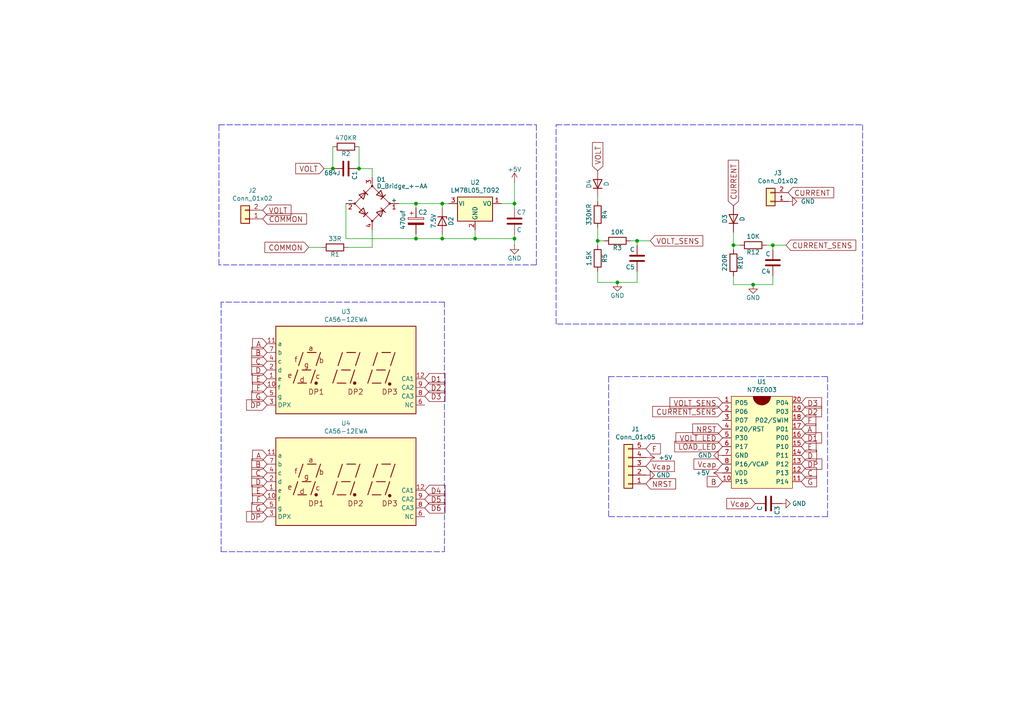
<source format=kicad_sch>
(kicad_sch (version 20231120) (generator "eeschema") (generator_version "8.0")
  (paper "A4")
  (lib_symbols
    (symbol "Connector_Generic:Conn_01x02" (pin_names (offset 1.016) hide)
      (property "Reference" "J" (at 0 2.54 0))
      (property "Value" "Conn_01x02" (at 0 -5.08 0))
      (symbol "Conn_01x02_1_1"
        (rectangle (start -1.27 -2.413) (end 0 -2.667) (stroke (width 0.1524)))
        (rectangle (start -1.27 0.127) (end 0 -0.127) (stroke (width 0.1524)))
        (rectangle (start -1.27 1.27) (end 1.27 -3.81) (stroke (width 0.254)) (fill (type background)))
        (pin passive line (at -5.08 0 0) (length 3.81) (name "Pin_1") (number "1"))
        (pin passive line (at -5.08 -2.54 0) (length 3.81) (name "Pin_2") (number "2"))
      )
    )
    (symbol "Connector_Generic:Conn_01x05" (pin_names (offset 1.016) hide)
      (property "Reference" "J" (at 0 7.62 0))
      (property "Value" "Conn_01x05" (at 0 -7.62 0))
      (symbol "Conn_01x05_1_1"
        (rectangle (start -1.27 -4.953) (end 0 -5.207) (stroke (width 0.1524)))
        (rectangle (start -1.27 -2.413) (end 0 -2.667) (stroke (width 0.1524)))
        (rectangle (start -1.27 0.127) (end 0 -0.127) (stroke (width 0.1524)))
        (rectangle (start -1.27 2.667) (end 0 2.413) (stroke (width 0.1524)))
        (rectangle (start -1.27 5.207) (end 0 4.953) (stroke (width 0.1524)))
        (rectangle (start -1.27 6.35) (end 1.27 -6.35) (stroke (width 0.254)) (fill (type background)))
        (pin passive line (at -5.08 5.08 0) (length 3.81) (name "Pin_1") (number "1"))
        (pin passive line (at -5.08 2.54 0) (length 3.81) (name "Pin_2") (number "2"))
        (pin passive line (at -5.08 0 0) (length 3.81) (name "Pin_3") (number "3"))
        (pin passive line (at -5.08 -2.54 0) (length 3.81) (name "Pin_4") (number "4"))
        (pin passive line (at -5.08 -5.08 0) (length 3.81) (name "Pin_5") (number "5"))
      )
    )
    (symbol "Device:C" (pin_numbers hide) (pin_names (offset 0.254))
      (property "Reference" "C" (at 0.635 2.54 0))
      (property "Value" "C" (at 0.635 -2.54 0))
      (symbol "C_0_1"
        (polyline (pts (xy -2.032 -0.762) (xy 2.032 -0.762)) (stroke (width 0.508)))
        (polyline (pts (xy -2.032 0.762) (xy 2.032 0.762)) (stroke (width 0.508)))
      )
      (symbol "C_1_1"
        (pin passive line (at 0 3.81 270) (length 2.794) (name "~") (number "1"))
        (pin passive line (at 0 -3.81 90) (length 2.794) (name "~") (number "2"))
      )
    )
    (symbol "Device:CP" (pin_numbers hide) (pin_names (offset 0.254))
      (property "Reference" "C" (at 0.635 2.54 0))
      (property "Value" "Device_CP" (at 0.635 -2.54 0))
      (symbol "CP_0_1"
        (rectangle (start -2.286 0.508) (end 2.286 1.016))
        (polyline (pts (xy -1.778 2.286) (xy -0.762 2.286)))
        (polyline (pts (xy -1.27 2.794) (xy -1.27 1.778)))
        (rectangle (start 2.286 -0.508) (end -2.286 -1.016) (fill (type outline)))
      )
      (symbol "CP_1_1"
        (pin passive line (at 0 3.81 270) (length 2.794) (name "~") (number "1"))
        (pin passive line (at 0 -3.81 90) (length 2.794) (name "~") (number "2"))
      )
    )
    (symbol "Device:D" (pin_numbers hide) (pin_names (offset 1.016) hide)
      (property "Reference" "D" (at 0 2.54 0))
      (property "Value" "D" (at 0 -2.54 0))
      (symbol "D_0_1"
        (polyline (pts (xy -1.27 1.27) (xy -1.27 -1.27)) (stroke (width 0.254)))
        (polyline (pts (xy 1.27 0) (xy -1.27 0)))
        (polyline (pts (xy 1.27 1.27) (xy 1.27 -1.27) (xy -1.27 0) (xy 1.27 1.27)) (stroke (width 0.254)))
      )
      (symbol "D_1_1"
        (pin passive line (at -3.81 0 0) (length 2.54) (name "K") (number "1"))
        (pin passive line (at 3.81 0 180) (length 2.54) (name "A") (number "2"))
      )
    )
    (symbol "Device:D_Bridge_+-AA" (pin_names (offset 0))
      (property "Reference" "D" (at 2.54 6.985 0))
      (property "Value" "D_Bridge_+-AA" (at 2.54 5.08 0))
      (symbol "D_Bridge_+-AA_0_1"
        (circle (center -5.08 0) (radius 0.254) (fill (type outline)))
        (circle (center 0 -5.08) (radius 0.254) (fill (type outline)))
        (polyline (pts (xy -2.54 3.81) (xy -1.27 2.54)) (stroke (width 0.254)))
        (polyline (pts (xy -1.27 -2.54) (xy -2.54 -3.81)) (stroke (width 0.254)))
        (polyline (pts (xy 2.54 -1.27) (xy 3.81 -2.54)) (stroke (width 0.254)))
        (polyline (pts (xy 2.54 1.27) (xy 3.81 2.54)) (stroke (width 0.254)))
        (polyline (pts (xy -3.81 2.54) (xy -2.54 1.27) (xy -1.905 3.175) (xy -3.81 2.54)) (stroke (width 0.254)))
        (polyline (pts (xy -2.54 -1.27) (xy -3.81 -2.54) (xy -1.905 -3.175) (xy -2.54 -1.27)) (stroke (width 0.254)))
        (polyline (pts (xy 1.27 2.54) (xy 2.54 3.81) (xy 3.175 1.905) (xy 1.27 2.54)) (stroke (width 0.254)))
        (polyline (pts (xy 3.175 -1.905) (xy 1.27 -2.54) (xy 2.54 -3.81) (xy 3.175 -1.905)) (stroke (width 0.254)))
        (polyline (pts (xy -5.08 0) (xy 0 -5.08) (xy 5.08 0) (xy 0 5.08) (xy -5.08 0)))
        (circle (center 0 5.08) (radius 0.254) (fill (type outline)))
        (circle (center 5.08 0) (radius 0.254) (fill (type outline)))
      )
      (symbol "D_Bridge_+-AA_1_1"
        (pin passive line (at 7.62 0 180) (length 2.54) (name "+") (number "1"))
        (pin passive line (at -7.62 0 0) (length 2.54) (name "-") (number "2"))
        (pin passive line (at 0 7.62 270) (length 2.54) (name "~") (number "3"))
        (pin passive line (at 0 -7.62 90) (length 2.54) (name "~") (number "4"))
      )
    )
    (symbol "Device:D_Zener" (pin_numbers hide) (pin_names (offset 1.016) hide)
      (property "Reference" "D" (at 0 2.54 0))
      (property "Value" "D_Zener" (at 0 -2.54 0))
      (symbol "D_Zener_0_1"
        (polyline (pts (xy 1.27 0) (xy -1.27 0)))
        (polyline (pts (xy -1.27 -1.27) (xy -1.27 1.27) (xy -0.762 1.27)) (stroke (width 0.254)))
        (polyline (pts (xy 1.27 -1.27) (xy 1.27 1.27) (xy -1.27 0) (xy 1.27 -1.27)) (stroke (width 0.254)))
      )
      (symbol "D_Zener_1_1"
        (pin passive line (at -3.81 0 0) (length 2.54) (name "K") (number "1"))
        (pin passive line (at 3.81 0 180) (length 2.54) (name "A") (number "2"))
      )
    )
    (symbol "Device:R" (pin_numbers hide) (pin_names (offset 0))
      (property "Reference" "R" (at 2.032 0 90))
      (property "Value" "R" (at 0 0 90))
      (symbol "R_0_1"
        (rectangle (start -1.016 -2.54) (end 1.016 2.54) (stroke (width 0.254)))
      )
      (symbol "R_1_1"
        (pin passive line (at 0 3.81 270) (length 1.27) (name "~") (number "1"))
        (pin passive line (at 0 -3.81 90) (length 1.27) (name "~") (number "2"))
      )
    )
    (symbol "My_Custom_Library:CA56-12EWA"
      (property "Reference" "U" (at -19.05 13.97 0))
      (property "Value" "My_Custom_Library_CA56-12EWA" (at 13.97 13.97 0))
      (symbol "CA56-12EWA_0_0"
        (polyline (pts (xy -15.24 -3.81) (xy -13.97 0)) (stroke (width 0.254)))
        (polyline (pts (xy -13.97 -3.81) (xy -11.43 -3.81)) (stroke (width 0.254)))
        (polyline (pts (xy -13.716 1.27) (xy -12.446 5.08)) (stroke (width 0.254)))
        (polyline (pts (xy -12.7 0) (xy -10.16 0)) (stroke (width 0.254)))
        (polyline (pts (xy -11.176 5.08) (xy -8.636 5.08)) (stroke (width 0.254)))
        (polyline (pts (xy -10.16 -3.81) (xy -8.89 0)) (stroke (width 0.254)))
        (polyline (pts (xy -8.636 1.27) (xy -7.366 5.08)) (stroke (width 0.254)))
        (polyline (pts (xy -3.81 -3.81) (xy -2.54 0)) (stroke (width 0.254)))
        (polyline (pts (xy -2.54 -3.81) (xy 0 -3.81)) (stroke (width 0.254)))
        (polyline (pts (xy -2.286 1.27) (xy -1.016 5.08)) (stroke (width 0.254)))
        (polyline (pts (xy -1.27 0) (xy 1.27 0)) (stroke (width 0.254)))
        (polyline (pts (xy 0.254 5.08) (xy 2.794 5.08)) (stroke (width 0.254)))
        (polyline (pts (xy 1.27 -3.81) (xy 2.54 0)) (stroke (width 0.254)))
        (polyline (pts (xy 2.794 1.27) (xy 4.064 5.08)) (stroke (width 0.254)))
        (polyline (pts (xy 6.35 -3.81) (xy 7.62 0)) (stroke (width 0.254)))
        (polyline (pts (xy 7.62 -3.81) (xy 10.16 -3.81)) (stroke (width 0.254)))
        (polyline (pts (xy 7.874 1.27) (xy 9.144 5.08)) (stroke (width 0.254)))
        (polyline (pts (xy 8.89 0) (xy 11.43 0)) (stroke (width 0.254)))
        (polyline (pts (xy 10.414 5.08) (xy 12.954 5.08)) (stroke (width 0.254)))
        (polyline (pts (xy 11.43 -3.81) (xy 12.7 0)) (stroke (width 0.254)))
        (polyline (pts (xy 12.954 1.27) (xy 14.224 5.08)) (stroke (width 0.254)))
        (text "a" (at -10.16 6.35 0) (effects (font (size 1.524 1.524))))
        (text "b" (at -7.112 2.794 0) (effects (font (size 1.524 1.524))))
        (text "c" (at -8.128 -1.778 0) (effects (font (size 1.524 1.524))))
        (text "d" (at -12.7 -2.794 0) (effects (font (size 1.524 1.524))))
        (text "DP1" (at -8.636 -6.35 0) (effects (font (size 1.524 1.524))))
        (text "DP2" (at 2.794 -6.35 0) (effects (font (size 1.524 1.524))))
        (text "DP3" (at 12.7 -6.35 0) (effects (font (size 1.524 1.524))))
        (text "e" (at -16.256 -1.524 0) (effects (font (size 1.524 1.524))))
        (text "f" (at -14.478 3.048 0) (effects (font (size 1.524 1.524))))
        (text "g" (at -11.43 1.524 0) (effects (font (size 1.524 1.524))))
      )
      (symbol "CA56-12EWA_0_1"
        (rectangle (start -20.32 12.7) (end 20.32 -12.7) (stroke (width 0.254)) (fill (type background)))
        (circle (center -8.636 -3.81) (radius 0.3556) (stroke (width 0.254)) (fill (type outline)))
        (circle (center 2.54 -3.81) (radius 0.3556) (stroke (width 0.254)) (fill (type outline)))
      )
      (symbol "CA56-12EWA_1_0"
        (circle (center 12.7 -4.064) (radius 0.3556) (stroke (width 0.254)) (fill (type outline)))
      )
      (symbol "CA56-12EWA_1_1"
        (pin input line (at -22.86 -2.54 0) (length 2.54) (name "e") (number "1"))
        (pin input line (at -22.86 -5.08 0) (length 2.54) (name "f") (number "10"))
        (pin input line (at -22.86 7.62 0) (length 2.54) (name "a") (number "11"))
        (pin input line (at 22.86 -2.54 180) (length 2.54) (name "CA1") (number "12"))
        (pin input line (at -22.86 0 0) (length 2.54) (name "d") (number "2"))
        (pin input line (at -22.86 -10.16 0) (length 2.54) (name "DPX") (number "3"))
        (pin input line (at -22.86 2.54 0) (length 2.54) (name "c") (number "4"))
        (pin input line (at -22.86 -7.62 0) (length 2.54) (name "g") (number "5"))
        (pin input line (at 22.86 -10.16 180) (length 2.54) (name "NC") (number "6"))
        (pin input line (at -22.86 5.08 0) (length 2.54) (name "b") (number "7"))
        (pin input line (at 22.86 -7.62 180) (length 2.54) (name "CA3") (number "8"))
        (pin input line (at 22.86 -5.08 180) (length 2.54) (name "CA2") (number "9"))
      )
    )
    (symbol "My_Custom_Library:N76E003" (pin_names (offset 1.016))
      (property "Reference" "U" (at -8.255 15.24 0))
      (property "Value" "My_Custom_Library_N76E003" (at 0 -13.97 0))
      (symbol "N76E003_0_1"
        (rectangle (start -8.89 13.97) (end 8.89 -12.7) (fill (type background)))
        (arc (start -2.54 13.97) (mid 0 11.43) (end 2.54 13.97) (fill (type outline)))
      )
      (symbol "N76E003_1_1"
        (pin input line (at -11.43 12.065 0) (length 2.54) (name "P05") (number "1"))
        (pin input line (at -11.43 -10.795 0) (length 2.54) (name "P15") (number "10"))
        (pin input line (at 11.43 -10.795 180) (length 2.54) (name "P14") (number "11"))
        (pin input line (at 11.43 -8.255 180) (length 2.54) (name "P13") (number "12"))
        (pin input line (at 11.43 -5.715 180) (length 2.54) (name "P12") (number "13"))
        (pin input line (at 11.43 -3.175 180) (length 2.54) (name "P11") (number "14"))
        (pin input line (at 11.43 -0.635 180) (length 2.54) (name "P10") (number "15"))
        (pin input line (at 11.43 1.905 180) (length 2.54) (name "P00") (number "16"))
        (pin input line (at 11.43 4.445 180) (length 2.54) (name "P01") (number "17"))
        (pin input line (at 11.43 6.985 180) (length 2.54) (name "P02/SWIM") (number "18"))
        (pin input line (at 11.43 9.525 180) (length 2.54) (name "P03") (number "19"))
        (pin input line (at -11.43 9.525 0) (length 2.54) (name "P06") (number "2"))
        (pin input line (at 11.43 12.065 180) (length 2.54) (name "P04") (number "20"))
        (pin input line (at -11.43 6.985 0) (length 2.54) (name "P07") (number "3"))
        (pin input line (at -11.43 4.445 0) (length 2.54) (name "P20/RST") (number "4"))
        (pin input line (at -11.43 1.905 0) (length 2.54) (name "P30") (number "5"))
        (pin input line (at -11.43 -0.635 0) (length 2.54) (name "P17") (number "6"))
        (pin input line (at -11.43 -3.175 0) (length 2.54) (name "GND") (number "7"))
        (pin input line (at -11.43 -5.715 0) (length 2.54) (name "P16/VCAP") (number "8"))
        (pin input line (at -11.43 -8.255 0) (length 2.54) (name "VDD") (number "9"))
      )
    )
    (symbol "Regulator_Linear:LM78L05_TO92" (pin_names (offset 0.254))
      (property "Reference" "U" (at -3.81 3.175 0))
      (property "Value" "LM78L05_TO92" (at 0 3.175 0))
      (symbol "LM78L05_TO92_0_1"
        (rectangle (start -5.08 -5.08) (end 5.08 1.905) (stroke (width 0.254)) (fill (type background)))
      )
      (symbol "LM78L05_TO92_1_1"
        (pin power_out line (at 7.62 0 180) (length 2.54) (name "VO") (number "1"))
        (pin power_in line (at 0 -7.62 90) (length 2.54) (name "GND") (number "2"))
        (pin power_in line (at -7.62 0 0) (length 2.54) (name "VI") (number "3"))
      )
    )
    (symbol "power:+5V" (power) (pin_numbers hide) (pin_names (offset 0) hide)
      (property "Value" "+5V" (at 0 3.556 0))
      (symbol "+5V_0_1"
        (polyline (pts (xy -0.762 1.27) (xy 0 2.54)))
        (polyline (pts (xy 0 0) (xy 0 2.54)))
        (polyline (pts (xy 0 2.54) (xy 0.762 1.27)))
      )
      (symbol "+5V_1_1"
        (pin power_in line (at 0 0 90) (length 0) (name "~") (number "1"))
      )
    )
    (symbol "power:GND" (power) (pin_numbers hide) (pin_names (offset 0) hide)
      (property "Value" "GND" (at 0 -3.81 0))
      (symbol "GND_0_1"
        (polyline (pts (xy 0 0) (xy 0 -1.27) (xy 1.27 -1.27) (xy 0 -2.54) (xy -1.27 -1.27) (xy 0 -1.27)))
      )
      (symbol "GND_1_1"
        (pin power_in line (at 0 0 270) (length 0) (name "~") (number "1"))
      )
    )
  )
  (junction (at 218.44 82.55))
  (junction (at 137.795 69.215))
  (junction (at 212.725 71.12))
  (junction (at 149.225 69.215))
  (junction (at 96.52 48.895))
  (junction (at 128.27 69.215))
  (junction (at 224.155 71.12))
  (junction (at 184.785 69.85))
  (junction (at 120.65 59.055))
  (junction (at 120.65 69.215))
  (junction (at 149.225 59.055))
  (junction (at 173.355 69.85))
  (junction (at 179.07 81.915))
  (junction (at 104.14 48.895))
  (junction (at 128.27 59.055))
  (wire (pts (xy 212.725 67.31) (xy 212.725 71.12)))
  (wire (pts (xy 107.95 66.675) (xy 107.95 71.755)))
  (polyline (pts (xy 155.575 76.835) (xy 63.5 76.835)) (stroke (width 0) (type dash)))
  (wire (pts (xy 224.155 72.39) (xy 224.155 71.12)))
  (polyline (pts (xy 176.53 109.22) (xy 176.53 149.86)) (stroke (width 0) (type dash)))
  (wire (pts (xy 96.52 48.895) (xy 96.52 42.545)))
  (wire (pts (xy 173.355 66.04) (xy 173.355 69.85)))
  (wire (pts (xy 93.345 71.755) (xy 89.535 71.755)))
  (wire (pts (xy 128.27 60.325) (xy 128.27 59.055)))
  (wire (pts (xy 179.07 81.915) (xy 184.785 81.915)))
  (polyline (pts (xy 176.53 109.22) (xy 240.03 109.22)) (stroke (width 0) (type dash)))
  (wire (pts (xy 149.225 69.215) (xy 149.225 67.945)))
  (wire (pts (xy 107.95 51.435) (xy 107.95 48.895)))
  (wire (pts (xy 104.14 48.895) (xy 107.95 48.895)))
  (wire (pts (xy 128.27 59.055) (xy 130.175 59.055)))
  (wire (pts (xy 222.25 71.12) (xy 224.155 71.12)))
  (wire (pts (xy 93.98 48.895) (xy 96.52 48.895)))
  (wire (pts (xy 212.725 80.01) (xy 212.725 82.55)))
  (wire (pts (xy 184.785 69.85) (xy 188.595 69.85)))
  (wire (pts (xy 115.57 59.055) (xy 120.65 59.055)))
  (wire (pts (xy 184.785 81.915) (xy 184.785 78.74)))
  (wire (pts (xy 104.14 42.545) (xy 104.14 48.895)))
  (wire (pts (xy 120.65 60.325) (xy 120.65 59.055)))
  (wire (pts (xy 120.65 69.215) (xy 128.27 69.215)))
  (polyline (pts (xy 240.03 149.86) (xy 176.53 149.86)) (stroke (width 0) (type dash)))
  (wire (pts (xy 128.27 69.215) (xy 137.795 69.215)))
  (wire (pts (xy 173.355 58.42) (xy 173.355 57.15)))
  (wire (pts (xy 100.33 69.215) (xy 120.65 69.215)))
  (polyline (pts (xy 128.905 160.02) (xy 128.905 87.63)) (stroke (width 0) (type dash)))
  (wire (pts (xy 100.33 59.055) (xy 100.33 69.215)))
  (polyline (pts (xy 240.03 109.22) (xy 240.03 149.86)) (stroke (width 0) (type dash)))
  (polyline (pts (xy 64.135 87.63) (xy 64.135 160.02)) (stroke (width 0) (type dash)))
  (wire (pts (xy 212.725 82.55) (xy 218.44 82.55)))
  (wire (pts (xy 120.65 59.055) (xy 128.27 59.055)))
  (wire (pts (xy 145.415 59.055) (xy 149.225 59.055)))
  (polyline (pts (xy 155.575 36.195) (xy 155.575 76.835)) (stroke (width 0) (type dash)))
  (polyline (pts (xy 161.29 93.98) (xy 161.29 36.195)) (stroke (width 0) (type dash)))
  (wire (pts (xy 149.225 69.215) (xy 149.225 71.12)))
  (polyline (pts (xy 250.19 93.98) (xy 161.29 93.98)) (stroke (width 0) (type dash)))
  (wire (pts (xy 128.27 67.945) (xy 128.27 69.215)))
  (wire (pts (xy 224.155 71.12) (xy 227.965 71.12)))
  (polyline (pts (xy 128.905 87.63) (xy 64.135 87.63)) (stroke (width 0) (type dash)))
  (polyline (pts (xy 161.29 36.195) (xy 250.19 36.195)) (stroke (width 0) (type dash)))
  (wire (pts (xy 149.225 60.325) (xy 149.225 59.055)))
  (wire (pts (xy 212.725 71.12) (xy 214.63 71.12)))
  (wire (pts (xy 173.355 81.915) (xy 179.07 81.915)))
  (wire (pts (xy 173.355 78.74) (xy 173.355 81.915)))
  (polyline (pts (xy 64.135 160.02) (xy 128.905 160.02)) (stroke (width 0) (type dash)))
  (polyline (pts (xy 63.5 36.195) (xy 155.575 36.195)) (stroke (width 0) (type dash)))
  (wire (pts (xy 224.155 82.55) (xy 224.155 80.01)))
  (wire (pts (xy 173.355 69.85) (xy 173.355 71.12)))
  (wire (pts (xy 137.795 69.215) (xy 137.795 66.675)))
  (wire (pts (xy 149.225 52.705) (xy 149.225 59.055)))
  (wire (pts (xy 175.26 69.85) (xy 173.355 69.85)))
  (wire (pts (xy 184.785 71.12) (xy 184.785 69.85)))
  (wire (pts (xy 218.44 82.55) (xy 224.155 82.55)))
  (polyline (pts (xy 63.5 76.835) (xy 63.5 36.195)) (stroke (width 0) (type dash)))
  (wire (pts (xy 182.88 69.85) (xy 184.785 69.85)))
  (wire (pts (xy 120.65 67.945) (xy 120.65 69.215)))
  (polyline (pts (xy 250.19 36.195) (xy 250.19 93.98)) (stroke (width 0) (type dash)))
  (wire (pts (xy 212.725 71.12) (xy 212.725 72.39)))
  (wire (pts (xy 100.965 71.755) (xy 107.95 71.755)))
  (wire (pts (xy 137.795 69.215) (xy 149.225 69.215)))
  (global_label "CURRENT" (shape input) (at 228.6 55.88 0) (effects (font (size 1.524 1.524))) (property "Intersheetrefs" "${INTERSHEET_REFS}" (effects (hide yes))))
  (global_label "D" (shape input) (at 232.41 132.08 0) (effects (font (size 1.524 1.524))) (property "Intersheetrefs" "${INTERSHEET_REFS}" (effects (hide yes))))
  (global_label "D3" (shape input) (at 232.41 116.84 0) (effects (font (size 1.524 1.524))) (property "Intersheetrefs" "${INTERSHEET_REFS}" (effects (hide yes))))
  (global_label "F" (shape input) (at 232.41 121.92 0) (effects (font (size 1.524 1.524))) (property "Intersheetrefs" "${INTERSHEET_REFS}" (effects (hide yes))))
  (global_label "DP" (shape input) (at 232.41 134.62 0) (effects (font (size 1.524 1.524))) (property "Intersheetrefs" "${INTERSHEET_REFS}" (effects (hide yes))))
  (global_label "CURRENT" (shape input) (at 212.725 59.69 90) (effects (font (size 1.524 1.524))) (property "Intersheetrefs" "${INTERSHEET_REFS}" (effects (hide yes))))
  (global_label "D" (shape input) (at 77.47 107.315 180) (effects (font (size 1.524 1.524))) (property "Intersheetrefs" "${INTERSHEET_REFS}" (effects (hide yes))))
  (global_label "D2" (shape input) (at 123.19 112.395 0) (effects (font (size 1.524 1.524))) (property "Intersheetrefs" "${INTERSHEET_REFS}" (effects (hide yes))))
  (global_label "G" (shape input) (at 77.47 147.32 180) (effects (font (size 1.524 1.524))) (property "Intersheetrefs" "${INTERSHEET_REFS}" (effects (hide yes))))
  (global_label "VOLT" (shape input) (at 93.98 48.895 180) (effects (font (size 1.524 1.524))) (property "Intersheetrefs" "${INTERSHEET_REFS}" (effects (hide yes))))
  (global_label "D5" (shape input) (at 123.19 144.78 0) (effects (font (size 1.524 1.524))) (property "Intersheetrefs" "${INTERSHEET_REFS}" (effects (hide yes))))
  (global_label "D" (shape input) (at 77.47 139.7 180) (effects (font (size 1.524 1.524))) (property "Intersheetrefs" "${INTERSHEET_REFS}" (effects (hide yes))))
  (global_label "VOLT" (shape input) (at 173.355 49.53 90) (effects (font (size 1.524 1.524))) (property "Intersheetrefs" "${INTERSHEET_REFS}" (effects (hide yes))))
  (global_label "LOAD_LED" (shape input) (at 209.55 129.54 180) (effects (font (size 1.524 1.524))) (property "Intersheetrefs" "${INTERSHEET_REFS}" (effects (hide yes))))
  (global_label "Vcap" (shape input) (at 187.325 135.255 0) (effects (font (size 1.524 1.524))) (property "Intersheetrefs" "${INTERSHEET_REFS}" (effects (hide yes))))
  (global_label "VOLT_SENS" (shape input) (at 209.55 116.84 180) (effects (font (size 1.524 1.524))) (property "Intersheetrefs" "${INTERSHEET_REFS}" (effects (hide yes))))
  (global_label "D2" (shape input) (at 232.41 119.38 0) (effects (font (size 1.524 1.524))) (property "Intersheetrefs" "${INTERSHEET_REFS}" (effects (hide yes))))
  (global_label "F" (shape input) (at 187.325 130.175 0) (effects (font (size 1.524 1.524))) (property "Intersheetrefs" "${INTERSHEET_REFS}" (effects (hide yes))))
  (global_label "B" (shape input) (at 77.47 134.62 180) (effects (font (size 1.524 1.524))) (property "Intersheetrefs" "${INTERSHEET_REFS}" (effects (hide yes))))
  (global_label "G" (shape input) (at 77.47 114.935 180) (effects (font (size 1.524 1.524))) (property "Intersheetrefs" "${INTERSHEET_REFS}" (effects (hide yes))))
  (global_label "E" (shape input) (at 77.47 109.855 180) (effects (font (size 1.524 1.524))) (property "Intersheetrefs" "${INTERSHEET_REFS}" (effects (hide yes))))
  (global_label "F" (shape input) (at 77.47 144.78 180) (effects (font (size 1.524 1.524))) (property "Intersheetrefs" "${INTERSHEET_REFS}" (effects (hide yes))))
  (global_label "G" (shape input) (at 232.41 139.7 0) (effects (font (size 1.524 1.524))) (property "Intersheetrefs" "${INTERSHEET_REFS}" (effects (hide yes))))
  (global_label "B" (shape input) (at 77.47 102.235 180) (effects (font (size 1.524 1.524))) (property "Intersheetrefs" "${INTERSHEET_REFS}" (effects (hide yes))))
  (global_label "VOLT_LED" (shape input) (at 209.55 127 180) (effects (font (size 1.524 1.524))) (property "Intersheetrefs" "${INTERSHEET_REFS}" (effects (hide yes))))
  (global_label "D3" (shape input) (at 123.19 114.935 0) (effects (font (size 1.524 1.524))) (property "Intersheetrefs" "${INTERSHEET_REFS}" (effects (hide yes))))
  (global_label "COMMON" (shape input) (at 89.535 71.755 180) (effects (font (size 1.524 1.524))) (property "Intersheetrefs" "${INTERSHEET_REFS}" (effects (hide yes))))
  (global_label "D1" (shape input) (at 232.41 127 0) (effects (font (size 1.524 1.524))) (property "Intersheetrefs" "${INTERSHEET_REFS}" (effects (hide yes))))
  (global_label "C" (shape input) (at 77.47 137.16 180) (effects (font (size 1.524 1.524))) (property "Intersheetrefs" "${INTERSHEET_REFS}" (effects (hide yes))))
  (global_label "VOLT_SENS" (shape input) (at 188.595 69.85 0) (effects (font (size 1.524 1.524))) (property "Intersheetrefs" "${INTERSHEET_REFS}" (effects (hide yes))))
  (global_label "E" (shape input) (at 77.47 142.24 180) (effects (font (size 1.524 1.524))) (property "Intersheetrefs" "${INTERSHEET_REFS}" (effects (hide yes))))
  (global_label "C" (shape input) (at 77.47 104.775 180) (effects (font (size 1.524 1.524))) (property "Intersheetrefs" "${INTERSHEET_REFS}" (effects (hide yes))))
  (global_label "VOLT" (shape input) (at 76.2 60.96 0) (effects (font (size 1.524 1.524))) (property "Intersheetrefs" "${INTERSHEET_REFS}" (effects (hide yes))))
  (global_label "Vcap" (shape input) (at 209.55 134.62 180) (effects (font (size 1.524 1.524))) (property "Intersheetrefs" "${INTERSHEET_REFS}" (effects (hide yes))))
  (global_label "COMMON" (shape input) (at 76.2 63.5 0) (effects (font (size 1.524 1.524))) (property "Intersheetrefs" "${INTERSHEET_REFS}" (effects (hide yes))))
  (global_label "A" (shape input) (at 77.47 99.695 180) (effects (font (size 1.524 1.524))) (property "Intersheetrefs" "${INTERSHEET_REFS}" (effects (hide yes))))
  (global_label "F" (shape input) (at 77.47 112.395 180) (effects (font (size 1.524 1.524))) (property "Intersheetrefs" "${INTERSHEET_REFS}" (effects (hide yes))))
  (global_label "D4" (shape input) (at 123.19 142.24 0) (effects (font (size 1.524 1.524))) (property "Intersheetrefs" "${INTERSHEET_REFS}" (effects (hide yes))))
  (global_label "A" (shape input) (at 77.47 132.08 180) (effects (font (size 1.524 1.524))) (property "Intersheetrefs" "${INTERSHEET_REFS}" (effects (hide yes))))
  (global_label "D1" (shape input) (at 123.19 109.855 0) (effects (font (size 1.524 1.524))) (property "Intersheetrefs" "${INTERSHEET_REFS}" (effects (hide yes))))
  (global_label "A" (shape input) (at 232.41 124.46 0) (effects (font (size 1.524 1.524))) (property "Intersheetrefs" "${INTERSHEET_REFS}" (effects (hide yes))))
  (global_label "CURRENT_SENS" (shape input) (at 209.55 119.38 180) (effects (font (size 1.524 1.524))) (property "Intersheetrefs" "${INTERSHEET_REFS}" (effects (hide yes))))
  (global_label "Vcap" (shape input) (at 219.075 146.05 180) (effects (font (size 1.524 1.524))) (property "Intersheetrefs" "${INTERSHEET_REFS}" (effects (hide yes))))
  (global_label "D6" (shape input) (at 123.19 147.32 0) (effects (font (size 1.524 1.524))) (property "Intersheetrefs" "${INTERSHEET_REFS}" (effects (hide yes))))
  (global_label "B" (shape input) (at 209.55 139.7 180) (effects (font (size 1.524 1.524))) (property "Intersheetrefs" "${INTERSHEET_REFS}" (effects (hide yes))))
  (global_label "E" (shape input) (at 232.41 129.54 0) (effects (font (size 1.524 1.524))) (property "Intersheetrefs" "${INTERSHEET_REFS}" (effects (hide yes))))
  (global_label "C" (shape input) (at 232.41 137.16 0) (effects (font (size 1.524 1.524))) (property "Intersheetrefs" "${INTERSHEET_REFS}" (effects (hide yes))))
  (global_label "DP" (shape input) (at 77.47 149.86 180) (effects (font (size 1.524 1.524))) (property "Intersheetrefs" "${INTERSHEET_REFS}" (effects (hide yes))))
  (global_label "DP" (shape input) (at 77.47 117.475 180) (effects (font (size 1.524 1.524))) (property "Intersheetrefs" "${INTERSHEET_REFS}" (effects (hide yes))))
  (global_label "NRST" (shape input) (at 209.55 124.46 180) (effects (font (size 1.524 1.524))) (property "Intersheetrefs" "${INTERSHEET_REFS}" (effects (hide yes))))
  (global_label "CURRENT_SENS" (shape input) (at 227.965 71.12 0) (effects (font (size 1.524 1.524))) (property "Intersheetrefs" "${INTERSHEET_REFS}" (effects (hide yes))))
  (global_label "NRST" (shape input) (at 187.325 140.335 0) (effects (font (size 1.524 1.524))) (property "Intersheetrefs" "${INTERSHEET_REFS}" (effects (hide yes))))
  (symbol (lib_id "Device:R") (at 97.155 71.755 270) (unit 1)
    (property "Reference" "R1" (at 97.155 73.787 90))
    (property "Value" "33R" (at 97.155 69.215 90))
    (property "Footprint" "My Custom Footprint:R_Axial_DIN0516_L15.5mm_D5.0mm_P20.32mm_Horizontal" (effects (hide yes)))
  )
  (symbol (lib_id "Device:C") (at 100.33 48.895 270) (unit 1)
    (property "Reference" "C1" (at 102.87 49.53 0) (effects (justify left)))
    (property "Value" "684J" (at 93.98 50.165 90) (effects (justify left)))
    (property "Footprint" "My Custom Footprint:C_Axial_L3.8mm_D2.6mm_P15.00mm_Horizontal" (effects (hide yes)))
  )
  (symbol (lib_id "Device:R") (at 100.33 42.545 270) (unit 1)
    (property "Reference" "R2" (at 100.33 44.577 90))
    (property "Value" "470KR" (at 100.33 40.005 90))
    (property "Footprint" "My Custom Footprint:R_1206_3216Metric" (effects (hide yes)))
  )
  (symbol (lib_id "Device:D_Zener") (at 128.27 64.135 270) (unit 1)
    (property "Reference" "D2" (at 130.81 64.135 0))
    (property "Value" "7.5V" (at 125.73 64.135 0))
    (property "Footprint" "My Custom Footprint:D_5W_P10.16mm_Horizontal_ZENER" (effects (hide yes)))
  )
  (symbol (lib_id "Device:CP") (at 120.65 64.135 0) (unit 1)
    (property "Reference" "C2" (at 121.285 61.595 0) (effects (justify left)))
    (property "Value" "470uf" (at 116.84 66.675 90) (effects (justify left)))
    (property "Footprint" "My Custom Footprint:CP_Radial_D8.0mm_P5.00mm" (effects (hide yes)))
  )
  (symbol (lib_id "power:GND") (at 149.225 71.12 0) (unit 1)
    (property "Reference" "#PWR01" (effects (hide yes)))
    (property "Value" "GND" (at 149.225 74.93 0))
  )
  (symbol (lib_id "power:+5V") (at 149.225 52.705 0) (unit 1)
    (property "Reference" "#PWR02" (effects (hide yes)))
    (property "Value" "+5V" (at 149.225 49.149 0))
  )
  (symbol (lib_id "Device:C") (at 222.885 146.05 270) (unit 1)
    (property "Reference" "C3" (at 225.425 146.685 0) (effects (justify left)))
    (property "Value" "C" (at 220.345 146.685 0) (effects (justify left)))
    (property "Footprint" "My Custom Footprint:C_1206_3216Metric" (effects (hide yes)))
  )
  (symbol (lib_id "power:GND") (at 179.07 81.915 0) (mirror y) (unit 1)
    (property "Reference" "#PWR04" (effects (hide yes)))
    (property "Value" "GND" (at 179.07 85.725 0))
  )
  (symbol (lib_id "Device:R") (at 179.07 69.85 90) (mirror x) (unit 1)
    (property "Reference" "R3" (at 179.07 71.882 90))
    (property "Value" "10K" (at 179.07 67.31 90))
    (property "Footprint" "My Custom Footprint:R_1206_3216Metric" (effects (hide yes)))
  )
  (symbol (lib_id "Device:R") (at 173.355 62.23 0) (mirror x) (unit 1)
    (property "Reference" "R4" (at 175.387 62.23 90))
    (property "Value" "330KR" (at 170.815 62.23 90))
    (property "Footprint" "My Custom Footprint:R_1206_3216Metric" (effects (hide yes)))
  )
  (symbol (lib_id "Device:R") (at 173.355 74.93 0) (mirror x) (unit 1)
    (property "Reference" "R5" (at 175.387 74.93 90))
    (property "Value" "1.5K" (at 170.815 74.93 90))
    (property "Footprint" "My Custom Footprint:R_1206_3216Metric" (effects (hide yes)))
  )
  (symbol (lib_id "Device:C") (at 184.785 74.93 180) (unit 1)
    (property "Reference" "C5" (at 184.15 77.47 0) (effects (justify left)))
    (property "Value" "C" (at 184.15 72.39 0) (effects (justify left)))
    (property "Footprint" "My Custom Footprint:C_1206_3216Metric" (effects (hide yes)))
  )
  (symbol (lib_id "Device:D") (at 173.355 53.34 90) (unit 1)
    (property "Reference" "D4" (at 170.815 53.34 0))
    (property "Value" "D" (at 175.895 53.34 0))
    (property "Footprint" "My Custom Footprint:D_1206" (effects (hide yes)))
  )
  (symbol (lib_id "power:GND") (at 218.44 82.55 0) (mirror y) (unit 1)
    (property "Reference" "#PWR05" (effects (hide yes)))
    (property "Value" "GND" (at 218.44 86.36 0))
  )
  (symbol (lib_id "Device:R") (at 212.725 76.2 0) (mirror x) (unit 1)
    (property "Reference" "R10" (at 214.757 76.2 90))
    (property "Value" "220R" (at 210.185 76.2 90))
    (property "Footprint" "My Custom Footprint:R_1206_3216Metric" (effects (hide yes)))
  )
  (symbol (lib_id "Device:C") (at 224.155 76.2 180) (unit 1)
    (property "Reference" "C4" (at 223.52 78.74 0) (effects (justify left)))
    (property "Value" "C" (at 223.52 73.66 0) (effects (justify left)))
    (property "Footprint" "My Custom Footprint:C_1206_3216Metric" (effects (hide yes)))
  )
  (symbol (lib_id "Device:D") (at 212.725 63.5 90) (unit 1)
    (property "Reference" "D3" (at 210.185 63.5 0))
    (property "Value" "D" (at 215.265 63.5 0))
    (property "Footprint" "My Custom Footprint:D_1206" (effects (hide yes)))
  )
  (symbol (lib_id "Device:D_Bridge_+-AA") (at 107.95 59.055 0) (unit 1)
    (property "Reference" "D1" (at 109.22 52.07 0) (effects (justify left)))
    (property "Value" "D_Bridge_+-AA" (at 109.22 53.975 0) (effects (justify left)))
    (property "Footprint" "My Custom Footprint:MB10_bridge" (effects (hide yes)))
  )
  (symbol (lib_id "My_Custom_Library:N76E003") (at 220.98 128.905 0) (unit 1)
    (property "Reference" "U1" (at 220.98 110.744 0))
    (property "Value" "N76E003" (at 220.98 113.0554 0))
    (property "Footprint" "My Custom Footprint:SSOP-20_5.3x7.2mm_P0.65mm" (effects (hide yes)))
  )
  (symbol (lib_id "Connector_Generic:Conn_01x02") (at 71.12 63.5 180) (unit 1)
    (property "Reference" "J2" (at 73.2028 55.245 0))
    (property "Value" "Conn_01x02" (at 73.2028 57.5564 0))
    (property "Footprint" "Connector_JST:JST_EH_B2B-EH-A_1x02_P2.50mm_Vertical" (effects (hide yes)))
  )
  (symbol (lib_id "My_Custom_Library:CA56-12EWA") (at 100.33 139.7 0) (unit 1)
    (property "Reference" "U4" (at 100.33 122.7582 0))
    (property "Value" "CA56-12EWA" (at 100.33 125.0696 0))
    (property "Footprint" "My Custom Footprint:3_Digit_CA56-12EWA" (effects (hide yes)))
    (property "Datasheet" "http://www.kingbrightusa.com/images/catalog/SPEC/CA56-12EWA.pdf" (effects (hide yes)))
  )
  (symbol (lib_id "Connector_Generic:Conn_01x05") (at 182.245 135.255 180) (unit 1)
    (property "Reference" "J1" (at 184.3278 124.46 0))
    (property "Value" "Conn_01x05" (at 184.3278 126.7714 0))
    (property "Footprint" "My Custom Footprint:5_Pin_PinHeader_1x05_P2.54mm_Vertical" (effects (hide yes)))
  )
  (symbol (lib_id "My_Custom_Library:CA56-12EWA") (at 100.33 107.315 0) (unit 1)
    (property "Reference" "U3" (at 100.33 90.3732 0))
    (property "Value" "CA56-12EWA" (at 100.33 92.6846 0))
    (property "Footprint" "My Custom Footprint:3_Digit_CA56-12EWA" (effects (hide yes)))
    (property "Datasheet" "http://www.kingbrightusa.com/images/catalog/SPEC/CA56-12EWA.pdf" (effects (hide yes)))
  )
  (symbol (lib_id "Connector_Generic:Conn_01x02") (at 223.52 58.42 180) (unit 1)
    (property "Reference" "J3" (at 225.6028 50.165 0))
    (property "Value" "Conn_01x02" (at 225.6028 52.4764 0))
    (property "Footprint" "Connector_JST:JST_EH_B2B-EH-A_1x02_P2.50mm_Vertical" (effects (hide yes)))
  )
  (symbol (lib_id "Regulator_Linear:LM78L05_TO92") (at 137.795 59.055 0) (unit 1)
    (property "Reference" "U2" (at 137.795 52.9082 0))
    (property "Value" "LM78L05_TO92" (at 137.795 55.2196 0))
    (property "Footprint" "My Custom Footprint:TO-92_Inline_Wide_LM78L05" (effects (hide yes)))
    (property "Datasheet" "https://www.onsemi.com/pub/Collateral/MC78L06A-D.pdf" (effects (hide yes)))
  )
  (symbol (lib_id "Device:C") (at 149.225 64.135 0) (unit 1)
    (property "Reference" "C7" (at 149.86 61.595 0) (effects (justify left)))
    (property "Value" "C" (at 149.86 66.675 0) (effects (justify left)))
    (property "Footprint" "My Custom Footprint:C_1206_3216Metric" (effects (hide yes)))
  )
  (symbol (lib_id "power:GND") (at 209.55 132.08 270) (unit 1)
    (property "Reference" "#PWR0103" (effects (hide yes)))
    (property "Value" "GND" (at 204.47 132.08 90))
  )
  (symbol (lib_id "power:GND") (at 187.325 137.795 90) (unit 1)
    (property "Reference" "#PWR0104" (effects (hide yes)))
    (property "Value" "GND" (at 192.405 137.795 90))
  )
  (symbol (lib_id "power:GND") (at 226.695 146.05 90) (unit 1)
    (property "Reference" "#PWR0105" (effects (hide yes)))
    (property "Value" "GND" (at 231.775 146.05 90))
  )
  (symbol (lib_id "power:GND") (at 228.6 58.42 90) (mirror x) (unit 1)
    (property "Reference" "#PWR0106" (effects (hide yes)))
    (property "Value" "GND" (at 234.315 58.42 90))
  )
  (symbol (lib_id "power:+5V") (at 209.55 137.16 90) (unit 1)
    (property "Reference" "#PWR0107" (effects (hide yes)))
    (property "Value" "+5V" (at 203.835 137.16 90))
  )
  (symbol (lib_id "power:+5V") (at 187.325 132.715 270) (unit 1)
    (property "Reference" "#PWR0108" (effects (hide yes)))
    (property "Value" "+5V" (at 193.04 132.715 90))
  )
  (symbol (lib_id "Device:R") (at 218.44 71.12 90) (mirror x) (unit 1)
    (property "Reference" "R12" (at 218.44 73.152 90))
    (property "Value" "10K" (at 218.44 68.58 90))
    (property "Footprint" "My Custom Footprint:R_1206_3216Metric" (effects (hide yes)))
  )
)
</source>
